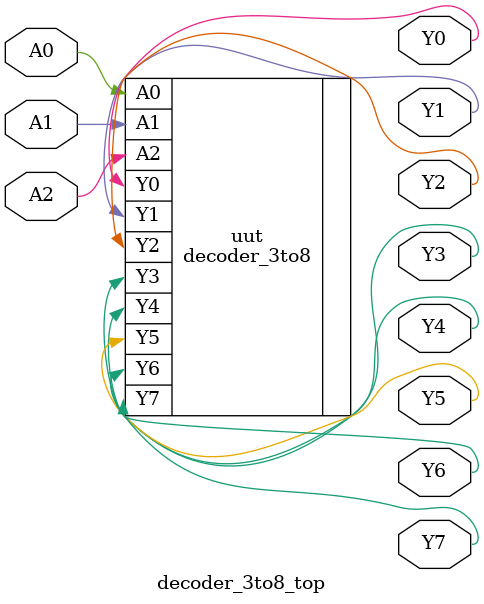
<source format=v>
`timescale 1ns / 1ps

module decoder_3to8_top(
    input A0, A1, A2,
    output Y0, Y1, Y2, Y3, Y4, Y5, Y6, Y7
    );

    // Instantiate main decoder
    decoder_3to8 uut (
        .A0(A0),
        .A1(A1),
        .A2(A2),
        .Y0(Y0),
        .Y1(Y1),
        .Y2(Y2),
        .Y3(Y3),
        .Y4(Y4),
        .Y5(Y5),
        .Y6(Y6),
        .Y7(Y7)
    );

endmodule

</source>
